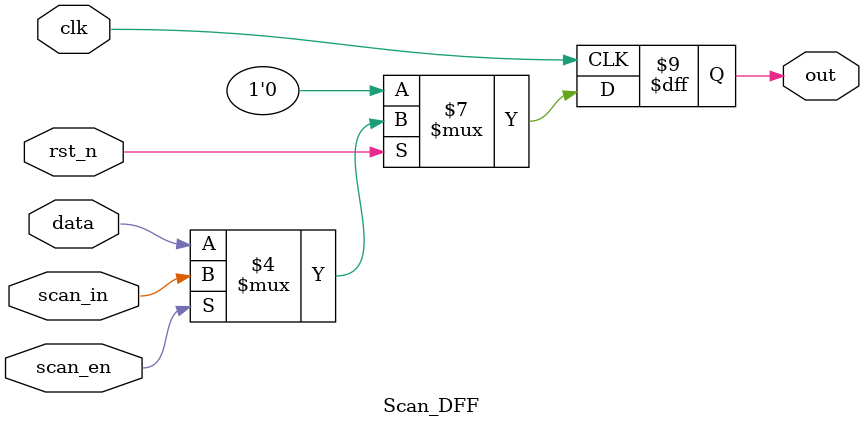
<source format=v>
`timescale 1ns/1ps

module Scan_Chain_Design(clk, rst_n, scan_in, scan_en, scan_out);
    input clk;
    input rst_n;
    input scan_in;
    input scan_en;
    output scan_out;

    wire [4-1:0] a_out;
    wire [4-1:0] b_out;
    wire [8-1:0] p;

    Scan_DFF a3 (clk, rst_n, scan_en, scan_in, p[7], a_out[3]);
    Scan_DFF a2 (clk, rst_n, scan_en, a_out[3], p[6], a_out[2]);
    Scan_DFF a1 (clk, rst_n, scan_en, a_out[2], p[5], a_out[1]);
    Scan_DFF a0 (clk, rst_n, scan_en, a_out[1], p[4], a_out[0]);
    Scan_DFF b3 (clk, rst_n, scan_en, a_out[0], p[3], b_out[3]);
    Scan_DFF b2 (clk, rst_n, scan_en, b_out[3], p[2], b_out[2]);
    Scan_DFF b1 (clk, rst_n, scan_en, b_out[2], p[1], b_out[1]);
    Scan_DFF b0 (clk, rst_n, scan_en, b_out[1], p[0], b_out[0]);

    assign p = a_out * b_out;
    assign scan_out = b_out[0];
endmodule

module Scan_DFF (clk, rst_n, scan_en, scan_in, data, out);
    input clk;
    input rst_n;
    input scan_en;
    input scan_in;
    input data;
    output reg out;

    always @(posedge clk) begin
        if (!rst_n) begin
            out <= 1'b0;
        end else begin
            if (scan_en) begin
                out <= scan_in;
            end else begin
                out <= data;
            end
        end
    end
endmodule
</source>
